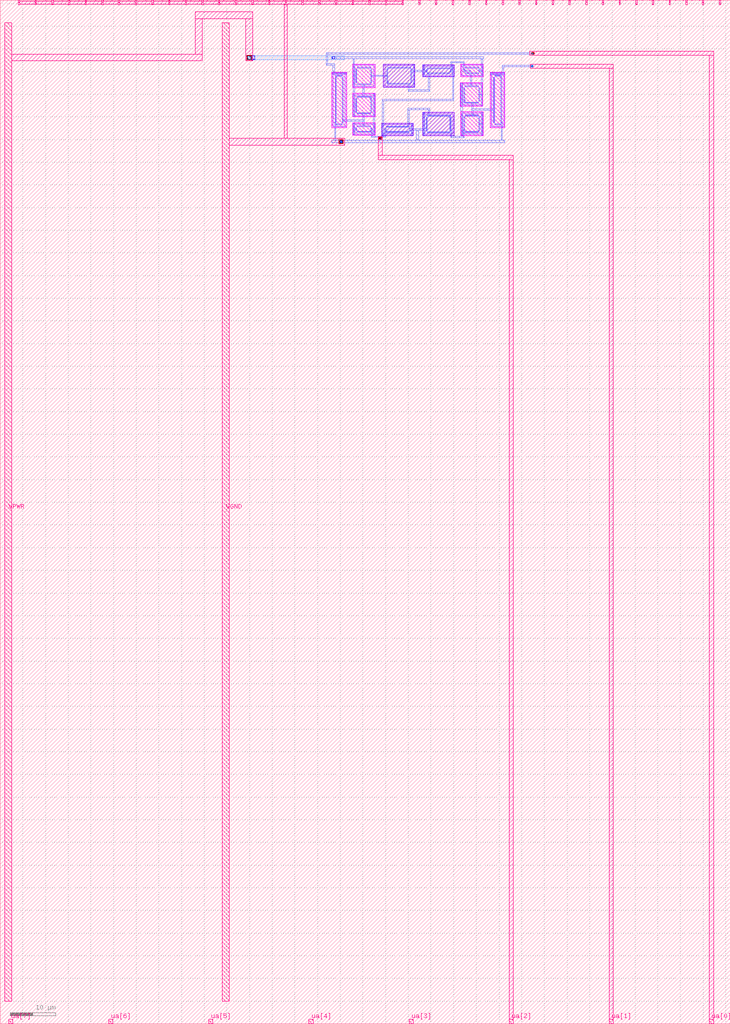
<source format=lef>
VERSION 5.7 ;
  NOWIREEXTENSIONATPIN ON ;
  DIVIDERCHAR "/" ;
  BUSBITCHARS "[]" ;
MACRO comp
  CLASS BLOCK ;
  FOREIGN comp ;
  ORIGIN 0.000 0.000 ;
  SIZE 161.000 BY 225.760 ;
  PIN clk
    DIRECTION INPUT ;
    USE SIGNAL ;
    PORT
      LAYER met4 ;
        RECT 154.870 224.760 155.170 225.760 ;
    END
  END clk
  PIN ena
    DIRECTION INPUT ;
    USE SIGNAL ;
    PORT
      LAYER met4 ;
        RECT 158.550 224.760 158.850 225.760 ;
    END
  END ena
  PIN rst_n
    DIRECTION INPUT ;
    USE SIGNAL ;
    PORT
      LAYER met4 ;
        RECT 151.190 224.760 151.490 225.760 ;
    END
  END rst_n
  PIN ua[0]
    DIRECTION INOUT ;
    USE SIGNAL ;
    PORT
      LAYER met4 ;
        RECT 156.410 0.000 157.310 1.000 ;
    END
  END ua[0]
  PIN ua[1]
    DIRECTION INOUT ;
    USE SIGNAL ;
    PORT
      LAYER met4 ;
        RECT 134.330 0.000 135.230 1.000 ;
    END
  END ua[1]
  PIN ua[2]
    DIRECTION INOUT ;
    USE SIGNAL ;
    PORT
      LAYER met4 ;
        RECT 112.250 0.000 113.150 1.000 ;
    END
  END ua[2]
  PIN ua[3]
    DIRECTION INOUT ;
    USE SIGNAL ;
    PORT
      LAYER met4 ;
        RECT 90.170 0.000 91.070 1.000 ;
    END
  END ua[3]
  PIN ua[4]
    DIRECTION INOUT ;
    USE SIGNAL ;
    PORT
      LAYER met4 ;
        RECT 68.090 0.000 68.990 1.000 ;
    END
  END ua[4]
  PIN ua[5]
    DIRECTION INOUT ;
    USE SIGNAL ;
    PORT
      LAYER met4 ;
        RECT 46.010 0.000 46.910 1.000 ;
    END
  END ua[5]
  PIN ua[6]
    DIRECTION INOUT ;
    USE SIGNAL ;
    PORT
      LAYER met4 ;
        RECT 23.930 0.000 24.830 1.000 ;
    END
  END ua[6]
  PIN ua[7]
    DIRECTION INOUT ;
    USE SIGNAL ;
    PORT
      LAYER met4 ;
        RECT 1.850 0.000 2.750 1.000 ;
    END
  END ua[7]
  PIN ui_in[0]
    DIRECTION INPUT ;
    USE SIGNAL ;
    PORT
      LAYER met4 ;
        RECT 147.510 224.760 147.810 225.760 ;
    END
  END ui_in[0]
  PIN ui_in[1]
    DIRECTION INPUT ;
    USE SIGNAL ;
    PORT
      LAYER met4 ;
        RECT 143.830 224.760 144.130 225.760 ;
    END
  END ui_in[1]
  PIN ui_in[2]
    DIRECTION INPUT ;
    USE SIGNAL ;
    PORT
      LAYER met4 ;
        RECT 140.150 224.760 140.450 225.760 ;
    END
  END ui_in[2]
  PIN ui_in[3]
    DIRECTION INPUT ;
    USE SIGNAL ;
    PORT
      LAYER met4 ;
        RECT 136.470 224.760 136.770 225.760 ;
    END
  END ui_in[3]
  PIN ui_in[4]
    DIRECTION INPUT ;
    USE SIGNAL ;
    PORT
      LAYER met4 ;
        RECT 132.790 224.760 133.090 225.760 ;
    END
  END ui_in[4]
  PIN ui_in[5]
    DIRECTION INPUT ;
    USE SIGNAL ;
    PORT
      LAYER met4 ;
        RECT 129.110 224.760 129.410 225.760 ;
    END
  END ui_in[5]
  PIN ui_in[6]
    DIRECTION INPUT ;
    USE SIGNAL ;
    PORT
      LAYER met4 ;
        RECT 125.430 224.760 125.730 225.760 ;
    END
  END ui_in[6]
  PIN ui_in[7]
    DIRECTION INPUT ;
    USE SIGNAL ;
    PORT
      LAYER met4 ;
        RECT 121.750 224.760 122.050 225.760 ;
    END
  END ui_in[7]
  PIN uio_in[0]
    DIRECTION INPUT ;
    USE SIGNAL ;
    PORT
      LAYER met4 ;
        RECT 118.070 224.760 118.370 225.760 ;
    END
  END uio_in[0]
  PIN uio_in[1]
    DIRECTION INPUT ;
    USE SIGNAL ;
    PORT
      LAYER met4 ;
        RECT 114.390 224.760 114.690 225.760 ;
    END
  END uio_in[1]
  PIN uio_in[2]
    DIRECTION INPUT ;
    USE SIGNAL ;
    PORT
      LAYER met4 ;
        RECT 110.710 224.760 111.010 225.760 ;
    END
  END uio_in[2]
  PIN uio_in[3]
    DIRECTION INPUT ;
    USE SIGNAL ;
    PORT
      LAYER met4 ;
        RECT 107.030 224.760 107.330 225.760 ;
    END
  END uio_in[3]
  PIN uio_in[4]
    DIRECTION INPUT ;
    USE SIGNAL ;
    PORT
      LAYER met4 ;
        RECT 103.350 224.760 103.650 225.760 ;
    END
  END uio_in[4]
  PIN uio_in[5]
    DIRECTION INPUT ;
    USE SIGNAL ;
    PORT
      LAYER met4 ;
        RECT 99.670 224.760 99.970 225.760 ;
    END
  END uio_in[5]
  PIN uio_in[6]
    DIRECTION INPUT ;
    USE SIGNAL ;
    PORT
      LAYER met4 ;
        RECT 95.990 224.760 96.290 225.760 ;
    END
  END uio_in[6]
  PIN uio_in[7]
    DIRECTION INPUT ;
    USE SIGNAL ;
    PORT
      LAYER met4 ;
        RECT 92.310 224.760 92.610 225.760 ;
    END
  END uio_in[7]
  PIN uio_oe[0]
    DIRECTION OUTPUT TRISTATE ;
    USE SIGNAL ;
    PORT
      LAYER met4 ;
        RECT 29.750 224.760 30.050 225.760 ;
    END
  END uio_oe[0]
  PIN uio_oe[1]
    DIRECTION OUTPUT TRISTATE ;
    USE SIGNAL ;
    PORT
      LAYER met4 ;
        RECT 26.070 224.760 26.370 225.760 ;
    END
  END uio_oe[1]
  PIN uio_oe[2]
    DIRECTION OUTPUT TRISTATE ;
    USE SIGNAL ;
    PORT
      LAYER met4 ;
        RECT 22.390 224.760 22.690 225.760 ;
    END
  END uio_oe[2]
  PIN uio_oe[3]
    DIRECTION OUTPUT TRISTATE ;
    USE SIGNAL ;
    PORT
      LAYER met4 ;
        RECT 18.710 224.760 19.010 225.760 ;
    END
  END uio_oe[3]
  PIN uio_oe[4]
    DIRECTION OUTPUT TRISTATE ;
    USE SIGNAL ;
    PORT
      LAYER met4 ;
        RECT 15.030 224.760 15.330 225.760 ;
    END
  END uio_oe[4]
  PIN uio_oe[5]
    DIRECTION OUTPUT TRISTATE ;
    USE SIGNAL ;
    PORT
      LAYER met4 ;
        RECT 11.350 224.760 11.650 225.760 ;
    END
  END uio_oe[5]
  PIN uio_oe[6]
    DIRECTION OUTPUT TRISTATE ;
    USE SIGNAL ;
    PORT
      LAYER met4 ;
        RECT 7.670 224.760 7.970 225.760 ;
    END
  END uio_oe[6]
  PIN uio_oe[7]
    DIRECTION OUTPUT TRISTATE ;
    USE SIGNAL ;
    PORT
      LAYER met4 ;
        RECT 3.990 224.760 4.290 225.760 ;
    END
  END uio_oe[7]
  PIN uio_out[0]
    DIRECTION OUTPUT TRISTATE ;
    USE SIGNAL ;
    PORT
      LAYER met4 ;
        RECT 59.190 224.760 59.490 225.760 ;
    END
  END uio_out[0]
  PIN uio_out[1]
    DIRECTION OUTPUT TRISTATE ;
    USE SIGNAL ;
    PORT
      LAYER met4 ;
        RECT 55.510 224.760 55.810 225.760 ;
    END
  END uio_out[1]
  PIN uio_out[2]
    DIRECTION OUTPUT TRISTATE ;
    USE SIGNAL ;
    PORT
      LAYER met4 ;
        RECT 51.830 224.760 52.130 225.760 ;
    END
  END uio_out[2]
  PIN uio_out[3]
    DIRECTION OUTPUT TRISTATE ;
    USE SIGNAL ;
    PORT
      LAYER met4 ;
        RECT 48.150 224.760 48.450 225.760 ;
    END
  END uio_out[3]
  PIN uio_out[4]
    DIRECTION OUTPUT TRISTATE ;
    USE SIGNAL ;
    PORT
      LAYER met4 ;
        RECT 44.470 224.760 44.770 225.760 ;
    END
  END uio_out[4]
  PIN uio_out[5]
    DIRECTION OUTPUT TRISTATE ;
    USE SIGNAL ;
    PORT
      LAYER met4 ;
        RECT 40.790 224.760 41.090 225.760 ;
    END
  END uio_out[5]
  PIN uio_out[6]
    DIRECTION OUTPUT TRISTATE ;
    USE SIGNAL ;
    PORT
      LAYER met4 ;
        RECT 37.110 224.760 37.410 225.760 ;
    END
  END uio_out[6]
  PIN uio_out[7]
    DIRECTION OUTPUT TRISTATE ;
    USE SIGNAL ;
    PORT
      LAYER met4 ;
        RECT 33.430 224.760 33.730 225.760 ;
    END
  END uio_out[7]
  PIN uo_out[0]
    DIRECTION OUTPUT TRISTATE ;
    USE SIGNAL ;
    PORT
      LAYER met4 ;
        RECT 88.630 224.760 88.930 225.760 ;
    END
  END uo_out[0]
  PIN uo_out[1]
    DIRECTION OUTPUT TRISTATE ;
    USE SIGNAL ;
    PORT
      LAYER met4 ;
        RECT 84.950 224.760 85.250 225.760 ;
    END
  END uo_out[1]
  PIN uo_out[2]
    DIRECTION OUTPUT TRISTATE ;
    USE SIGNAL ;
    PORT
      LAYER met4 ;
        RECT 81.270 224.760 81.570 225.760 ;
    END
  END uo_out[2]
  PIN uo_out[3]
    DIRECTION OUTPUT TRISTATE ;
    USE SIGNAL ;
    PORT
      LAYER met4 ;
        RECT 77.590 224.760 77.890 225.760 ;
    END
  END uo_out[3]
  PIN uo_out[4]
    DIRECTION OUTPUT TRISTATE ;
    USE SIGNAL ;
    PORT
      LAYER met4 ;
        RECT 73.910 224.760 74.210 225.760 ;
    END
  END uo_out[4]
  PIN uo_out[5]
    DIRECTION OUTPUT TRISTATE ;
    USE SIGNAL ;
    PORT
      LAYER met4 ;
        RECT 70.230 224.760 70.530 225.760 ;
    END
  END uo_out[5]
  PIN uo_out[6]
    DIRECTION OUTPUT TRISTATE ;
    USE SIGNAL ;
    PORT
      LAYER met4 ;
        RECT 66.550 224.760 66.850 225.760 ;
    END
  END uo_out[6]
  PIN uo_out[7]
    DIRECTION OUTPUT TRISTATE ;
    USE SIGNAL ;
    PORT
      LAYER met4 ;
        RECT 62.870 224.760 63.170 225.760 ;
    END
  END uo_out[7]
  PIN VPWR
    DIRECTION INOUT ;
    USE POWER ;
    PORT
      LAYER met4 ;
        RECT 1.000 5.000 2.500 220.760 ;
    END
  END VPWR
  PIN VGND
    DIRECTION INOUT ;
    USE GROUND ;
    PORT
      LAYER met4 ;
        RECT 49.000 5.000 50.500 220.760 ;
    END
  END VGND
  OBS
      LAYER nwell ;
        RECT 73.120 197.630 76.380 209.820 ;
        RECT 77.710 206.450 82.670 211.640 ;
      LAYER pwell ;
        RECT 84.510 206.520 91.470 211.620 ;
        RECT 93.200 208.830 100.160 211.500 ;
      LAYER nwell ;
        RECT 101.520 208.850 106.480 211.640 ;
        RECT 77.715 199.985 82.675 205.175 ;
        RECT 101.500 202.370 106.460 207.560 ;
        RECT 77.700 195.910 82.660 198.700 ;
      LAYER pwell ;
        RECT 84.160 195.900 91.120 198.570 ;
        RECT 93.180 195.890 100.140 200.990 ;
      LAYER nwell ;
        RECT 101.510 195.900 106.470 201.090 ;
        RECT 108.060 197.630 111.320 209.820 ;
      LAYER li1 ;
        RECT 77.890 211.290 82.490 211.460 ;
        RECT 77.890 210.980 78.060 211.290 ;
        RECT 73.780 209.640 75.720 209.660 ;
        RECT 73.300 209.470 76.200 209.640 ;
        RECT 73.300 197.980 73.470 209.470 ;
        RECT 73.780 209.440 75.720 209.470 ;
        RECT 74.100 208.960 75.400 209.130 ;
        RECT 73.870 198.705 74.040 208.745 ;
        RECT 75.460 198.705 75.630 208.745 ;
        RECT 74.100 198.320 75.400 198.490 ;
        RECT 76.030 197.980 76.200 209.470 ;
        RECT 77.860 207.110 78.080 210.980 ;
        RECT 78.690 210.780 81.690 210.950 ;
        RECT 78.460 207.525 78.630 210.565 ;
        RECT 81.750 207.525 81.920 210.565 ;
        RECT 78.690 207.140 81.690 207.310 ;
        RECT 77.890 206.800 78.060 207.110 ;
        RECT 82.320 206.800 82.490 211.290 ;
        RECT 77.890 206.630 82.490 206.800 ;
        RECT 84.690 211.270 91.290 211.440 ;
        RECT 84.690 206.870 84.860 211.270 ;
        RECT 91.120 210.960 91.290 211.270 ;
        RECT 93.380 211.150 99.980 211.320 ;
        RECT 85.490 210.760 90.490 210.930 ;
        RECT 85.260 207.550 85.430 210.590 ;
        RECT 90.550 207.550 90.720 210.590 ;
        RECT 85.490 207.210 90.490 207.380 ;
        RECT 91.090 207.180 91.320 210.960 ;
        RECT 93.380 210.840 93.550 211.150 ;
        RECT 99.810 210.840 99.980 211.150 ;
        RECT 101.700 211.290 106.300 211.460 ;
        RECT 93.350 209.490 93.570 210.840 ;
        RECT 94.180 210.640 99.180 210.810 ;
        RECT 93.950 209.860 94.120 210.470 ;
        RECT 99.240 209.860 99.410 210.470 ;
        RECT 94.180 209.520 99.180 209.690 ;
        RECT 99.780 209.490 100.020 210.840 ;
        RECT 93.380 209.180 93.550 209.490 ;
        RECT 99.810 209.180 99.980 209.490 ;
        RECT 93.380 209.010 99.980 209.180 ;
        RECT 101.700 209.200 101.870 211.290 ;
        RECT 106.130 210.980 106.300 211.290 ;
        RECT 102.500 210.780 105.500 210.950 ;
        RECT 102.270 209.925 102.440 210.565 ;
        RECT 105.560 209.925 105.730 210.565 ;
        RECT 102.500 209.540 105.500 209.710 ;
        RECT 106.100 209.510 106.330 210.980 ;
        RECT 108.720 209.640 110.660 209.660 ;
        RECT 106.130 209.200 106.300 209.510 ;
        RECT 101.700 209.030 106.300 209.200 ;
        RECT 108.240 209.470 111.140 209.640 ;
        RECT 101.680 207.210 106.280 207.380 ;
        RECT 91.120 206.870 91.290 207.180 ;
        RECT 101.680 206.900 101.850 207.210 ;
        RECT 106.110 206.900 106.280 207.210 ;
        RECT 84.690 206.700 91.290 206.870 ;
        RECT 77.895 204.825 82.495 204.995 ;
        RECT 77.895 204.520 78.065 204.825 ;
        RECT 82.325 204.520 82.495 204.825 ;
        RECT 77.870 200.640 78.090 204.520 ;
        RECT 78.695 204.315 81.695 204.485 ;
        RECT 78.465 201.060 78.635 204.100 ;
        RECT 81.755 201.060 81.925 204.100 ;
        RECT 78.695 200.675 81.695 200.845 ;
        RECT 82.310 200.640 82.520 204.520 ;
        RECT 101.650 203.030 101.880 206.900 ;
        RECT 102.480 206.700 105.480 206.870 ;
        RECT 102.250 203.445 102.420 206.485 ;
        RECT 105.540 203.445 105.710 206.485 ;
        RECT 102.480 203.060 105.480 203.230 ;
        RECT 106.080 203.030 106.310 206.900 ;
        RECT 101.680 202.720 101.850 203.030 ;
        RECT 106.110 202.720 106.280 203.030 ;
        RECT 101.680 202.550 106.280 202.720 ;
        RECT 93.360 200.640 99.960 200.810 ;
        RECT 77.895 200.335 78.065 200.640 ;
        RECT 82.325 200.335 82.495 200.640 ;
        RECT 77.895 200.165 82.495 200.335 ;
        RECT 93.360 200.330 93.530 200.640 ;
        RECT 77.880 198.350 82.480 198.520 ;
        RECT 77.880 198.040 78.050 198.350 ;
        RECT 82.310 198.040 82.480 198.350 ;
        RECT 84.340 198.220 90.940 198.390 ;
        RECT 73.300 197.810 76.200 197.980 ;
        RECT 77.860 196.570 78.080 198.040 ;
        RECT 78.680 197.840 81.680 198.010 ;
        RECT 78.450 196.985 78.620 197.625 ;
        RECT 81.740 196.985 81.910 197.625 ;
        RECT 78.680 196.600 81.680 196.770 ;
        RECT 82.290 196.570 82.510 198.040 ;
        RECT 84.340 197.910 84.510 198.220 ;
        RECT 90.770 197.910 90.940 198.220 ;
        RECT 77.880 196.260 78.050 196.570 ;
        RECT 82.310 196.260 82.480 196.570 ;
        RECT 84.290 196.560 84.550 197.910 ;
        RECT 85.140 197.710 90.140 197.880 ;
        RECT 84.910 196.930 85.080 197.540 ;
        RECT 90.200 196.930 90.370 197.540 ;
        RECT 85.140 196.590 90.140 196.760 ;
        RECT 90.740 196.560 90.980 197.910 ;
        RECT 77.880 196.090 82.480 196.260 ;
        RECT 84.340 196.250 84.510 196.560 ;
        RECT 90.770 196.250 90.940 196.560 ;
        RECT 93.340 196.550 93.560 200.330 ;
        RECT 94.160 200.130 99.160 200.300 ;
        RECT 93.930 196.920 94.100 199.960 ;
        RECT 99.220 196.920 99.390 199.960 ;
        RECT 94.160 196.580 99.160 196.750 ;
        RECT 84.340 196.080 90.940 196.250 ;
        RECT 93.360 196.240 93.530 196.550 ;
        RECT 99.790 196.240 99.960 200.640 ;
        RECT 101.690 200.740 106.290 200.910 ;
        RECT 101.690 200.430 101.860 200.740 ;
        RECT 106.120 200.430 106.290 200.740 ;
        RECT 101.660 196.560 101.890 200.430 ;
        RECT 102.490 200.230 105.490 200.400 ;
        RECT 102.260 196.975 102.430 200.015 ;
        RECT 105.550 196.975 105.720 200.015 ;
        RECT 102.490 196.590 105.490 196.760 ;
        RECT 106.100 196.560 106.310 200.430 ;
        RECT 108.240 197.980 108.410 209.470 ;
        RECT 108.720 209.450 110.660 209.470 ;
        RECT 109.040 208.960 110.340 209.130 ;
        RECT 108.810 198.705 108.980 208.745 ;
        RECT 110.400 198.705 110.570 208.745 ;
        RECT 109.040 198.320 110.340 198.490 ;
        RECT 110.970 197.980 111.140 209.470 ;
        RECT 108.240 197.810 111.140 197.980 ;
        RECT 93.360 196.070 99.960 196.240 ;
        RECT 101.690 196.250 101.860 196.560 ;
        RECT 106.120 196.250 106.290 196.560 ;
        RECT 101.690 196.080 106.290 196.250 ;
      LAYER mcon ;
        RECT 74.180 208.960 75.320 209.130 ;
        RECT 73.870 198.785 74.040 208.665 ;
        RECT 75.460 198.785 75.630 208.665 ;
        RECT 74.180 198.320 75.320 198.490 ;
        RECT 77.860 207.110 78.080 210.980 ;
        RECT 78.770 210.780 81.610 210.950 ;
        RECT 78.460 207.605 78.630 210.485 ;
        RECT 81.750 207.605 81.920 210.485 ;
        RECT 78.770 207.140 81.610 207.310 ;
        RECT 85.570 210.760 90.410 210.930 ;
        RECT 85.260 207.630 85.430 210.510 ;
        RECT 90.550 207.630 90.720 210.510 ;
        RECT 85.570 207.210 90.410 207.380 ;
        RECT 91.090 207.180 91.320 210.960 ;
        RECT 93.350 209.490 93.570 210.840 ;
        RECT 94.260 210.640 99.100 210.810 ;
        RECT 93.950 209.940 94.120 210.390 ;
        RECT 99.240 209.940 99.410 210.390 ;
        RECT 94.260 209.520 99.100 209.690 ;
        RECT 99.780 209.490 100.020 210.840 ;
        RECT 102.580 210.780 105.420 210.950 ;
        RECT 102.270 210.005 102.440 210.485 ;
        RECT 105.560 210.005 105.730 210.485 ;
        RECT 102.580 209.540 105.420 209.710 ;
        RECT 106.100 209.510 106.330 210.980 ;
        RECT 78.775 204.315 81.615 204.485 ;
        RECT 78.465 201.140 78.635 204.020 ;
        RECT 81.755 201.140 81.925 204.020 ;
        RECT 78.775 200.675 81.615 200.845 ;
        RECT 101.650 203.030 101.880 206.900 ;
        RECT 102.560 206.700 105.400 206.870 ;
        RECT 102.250 203.525 102.420 206.405 ;
        RECT 105.540 203.525 105.710 206.405 ;
        RECT 102.560 203.060 105.400 203.230 ;
        RECT 106.080 203.030 106.310 206.900 ;
        RECT 77.860 196.570 78.080 198.040 ;
        RECT 78.760 197.840 81.600 198.010 ;
        RECT 78.450 197.065 78.620 197.545 ;
        RECT 81.740 197.065 81.910 197.545 ;
        RECT 78.760 196.600 81.600 196.770 ;
        RECT 82.290 196.570 82.510 198.040 ;
        RECT 84.290 196.560 84.550 197.910 ;
        RECT 85.220 197.710 90.060 197.880 ;
        RECT 84.910 197.010 85.080 197.460 ;
        RECT 90.200 197.010 90.370 197.460 ;
        RECT 85.220 196.590 90.060 196.760 ;
        RECT 90.740 196.560 90.980 197.910 ;
        RECT 93.340 196.550 93.560 200.330 ;
        RECT 94.240 200.130 99.080 200.300 ;
        RECT 93.930 197.000 94.100 199.880 ;
        RECT 99.220 197.000 99.390 199.880 ;
        RECT 94.240 196.580 99.080 196.750 ;
        RECT 101.660 196.560 101.890 200.430 ;
        RECT 102.570 200.230 105.410 200.400 ;
        RECT 102.260 197.055 102.430 199.935 ;
        RECT 105.550 197.055 105.720 199.935 ;
        RECT 102.570 196.590 105.410 196.760 ;
        RECT 106.100 196.560 106.310 200.430 ;
        RECT 109.120 208.960 110.260 209.130 ;
        RECT 108.810 198.785 108.980 208.665 ;
        RECT 110.400 198.785 110.570 208.665 ;
        RECT 109.120 198.320 110.260 198.490 ;
      LAYER met1 ;
        RECT 71.865 213.835 117.645 214.205 ;
        RECT 55.230 212.610 56.160 213.480 ;
        RECT 71.865 211.725 72.235 213.835 ;
        RECT 73.040 212.800 106.580 213.260 ;
        RECT 71.865 211.355 73.735 211.725 ;
        RECT 77.860 211.520 78.100 212.800 ;
        RECT 99.310 211.980 102.370 212.170 ;
        RECT 73.365 209.750 73.735 211.355 ;
        RECT 73.240 209.370 76.290 209.750 ;
        RECT 77.800 209.170 78.150 211.520 ;
        RECT 78.710 210.750 81.670 210.980 ;
        RECT 85.510 210.730 90.470 210.960 ;
        RECT 78.430 209.170 78.660 210.545 ;
        RECT 74.120 209.140 75.380 209.160 ;
        RECT 73.860 208.930 75.380 209.140 ;
        RECT 77.800 208.940 78.660 209.170 ;
        RECT 73.860 208.725 74.160 208.930 ;
        RECT 73.840 208.700 74.160 208.725 ;
        RECT 73.840 198.880 74.070 208.700 ;
        RECT 73.770 198.725 74.070 198.880 ;
        RECT 75.430 199.350 75.660 208.725 ;
        RECT 77.800 202.670 78.150 208.940 ;
        RECT 78.430 207.545 78.660 208.940 ;
        RECT 81.720 209.230 81.950 210.545 ;
        RECT 85.230 209.230 85.460 210.570 ;
        RECT 81.720 208.970 85.460 209.230 ;
        RECT 81.720 207.545 81.950 208.970 ;
        RECT 85.230 207.790 85.460 208.970 ;
        RECT 90.520 210.260 90.750 210.570 ;
        RECT 91.050 210.260 91.400 211.540 ;
        RECT 93.290 210.260 93.640 211.400 ;
        RECT 94.200 210.610 99.160 210.840 ;
        RECT 99.310 210.450 99.530 211.980 ;
        RECT 93.920 210.260 94.150 210.450 ;
        RECT 90.520 209.950 94.150 210.260 ;
        RECT 85.230 207.570 85.660 207.790 ;
        RECT 90.520 207.570 90.750 209.950 ;
        RECT 85.320 207.410 85.660 207.570 ;
        RECT 78.710 207.110 81.670 207.340 ;
        RECT 85.320 207.190 90.470 207.410 ;
        RECT 85.510 207.180 90.470 207.190 ;
        RECT 79.980 204.515 80.280 207.110 ;
        RECT 89.940 205.990 90.280 207.180 ;
        RECT 91.050 206.640 91.400 209.950 ;
        RECT 93.290 208.940 93.640 209.950 ;
        RECT 93.920 209.880 94.150 209.950 ;
        RECT 99.210 210.360 99.530 210.450 ;
        RECT 99.210 209.880 99.440 210.360 ;
        RECT 94.380 209.720 94.740 209.750 ;
        RECT 94.200 209.490 99.160 209.720 ;
        RECT 94.380 205.990 94.740 209.490 ;
        RECT 99.720 208.930 100.100 211.410 ;
        RECT 102.150 210.545 102.370 211.980 ;
        RECT 106.130 211.540 106.370 212.800 ;
        RECT 102.520 210.750 105.480 210.980 ;
        RECT 102.150 210.360 102.470 210.545 ;
        RECT 102.240 210.260 102.470 210.360 ;
        RECT 105.530 210.310 105.760 210.545 ;
        RECT 106.040 210.310 106.410 211.540 ;
        RECT 102.240 210.000 103.780 210.260 ;
        RECT 105.530 210.100 106.410 210.310 ;
        RECT 102.240 209.945 102.470 210.000 ;
        RECT 105.530 209.945 105.760 210.100 ;
        RECT 102.520 209.510 105.480 209.740 ;
        RECT 89.940 205.620 94.740 205.990 ;
        RECT 89.940 205.610 90.280 205.620 ;
        RECT 78.715 204.500 81.675 204.515 ;
        RECT 78.715 204.285 81.940 204.500 ;
        RECT 81.610 204.080 81.940 204.285 ;
        RECT 78.435 202.670 78.665 204.080 ;
        RECT 81.610 203.840 81.955 204.080 ;
        RECT 77.800 202.450 78.665 202.670 ;
        RECT 77.800 200.110 78.150 202.450 ;
        RECT 78.435 201.080 78.665 202.450 ;
        RECT 81.725 201.080 81.955 203.840 ;
        RECT 78.715 200.645 81.675 200.875 ;
        RECT 79.980 199.350 80.280 200.645 ;
        RECT 75.430 199.090 80.280 199.350 ;
        RECT 75.430 198.725 75.660 199.090 ;
        RECT 73.770 194.830 73.970 198.725 ;
        RECT 74.120 198.290 75.380 198.520 ;
        RECT 77.800 197.410 78.150 198.570 ;
        RECT 79.980 198.040 80.280 199.090 ;
        RECT 78.700 197.810 81.660 198.040 ;
        RECT 78.420 197.410 78.650 197.605 ;
        RECT 77.800 197.200 78.650 197.410 ;
        RECT 77.800 196.050 78.150 197.200 ;
        RECT 78.420 197.005 78.650 197.200 ;
        RECT 81.710 197.310 81.940 197.605 ;
        RECT 81.710 197.005 82.050 197.310 ;
        RECT 78.700 196.570 81.660 196.800 ;
        RECT 81.810 195.740 82.050 197.005 ;
        RECT 82.250 196.000 82.570 205.110 ;
        RECT 99.770 203.920 100.040 208.930 ;
        RECT 84.260 203.580 100.040 203.920 ;
        RECT 84.260 198.470 84.580 203.580 ;
        RECT 89.880 201.540 94.680 201.910 ;
        RECT 84.210 196.010 84.600 198.470 ;
        RECT 89.880 197.910 90.240 201.540 ;
        RECT 85.160 197.780 90.240 197.910 ;
        RECT 85.160 197.680 90.120 197.780 ;
        RECT 84.880 197.310 85.110 197.520 ;
        RECT 84.760 196.950 85.110 197.310 ;
        RECT 90.170 197.420 90.400 197.520 ;
        RECT 90.700 197.420 91.070 198.470 ;
        RECT 93.280 197.420 93.600 200.920 ;
        RECT 94.340 200.330 94.680 201.540 ;
        RECT 94.180 200.320 99.140 200.330 ;
        RECT 94.180 200.100 99.380 200.320 ;
        RECT 99.040 199.940 99.380 200.100 ;
        RECT 93.900 197.420 94.130 199.940 ;
        RECT 99.040 199.830 99.420 199.940 ;
        RECT 90.170 197.110 94.130 197.420 ;
        RECT 90.170 196.950 90.400 197.110 ;
        RECT 84.760 195.740 85.000 196.950 ;
        RECT 85.160 196.560 90.120 196.790 ;
        RECT 90.700 196.000 91.070 197.110 ;
        RECT 81.810 195.480 85.000 195.740 ;
        RECT 83.570 195.090 83.990 195.480 ;
        RECT 91.800 194.830 92.260 197.110 ;
        RECT 93.280 196.010 93.600 197.110 ;
        RECT 93.900 196.940 94.130 197.110 ;
        RECT 99.190 197.190 99.420 199.830 ;
        RECT 99.190 196.940 99.600 197.190 ;
        RECT 94.180 196.550 99.140 196.780 ;
        RECT 99.380 195.720 99.600 196.940 ;
        RECT 101.600 196.000 101.960 207.480 ;
        RECT 103.690 206.900 103.990 209.510 ;
        RECT 102.500 206.670 105.460 206.900 ;
        RECT 102.220 203.740 102.450 206.465 ;
        RECT 105.510 205.040 105.740 206.465 ;
        RECT 106.040 205.040 106.410 210.100 ;
        RECT 110.660 211.030 117.540 211.390 ;
        RECT 110.660 209.710 111.020 211.030 ;
        RECT 108.160 209.350 111.210 209.710 ;
        RECT 109.060 209.110 110.320 209.160 ;
        RECT 109.060 208.930 110.590 209.110 ;
        RECT 110.290 208.725 110.590 208.930 ;
        RECT 105.510 204.840 106.410 205.040 ;
        RECT 102.220 203.465 102.590 203.740 ;
        RECT 105.510 203.465 105.740 204.840 ;
        RECT 102.260 203.260 102.590 203.465 ;
        RECT 102.260 203.080 105.460 203.260 ;
        RECT 102.500 203.030 105.460 203.080 ;
        RECT 104.040 201.760 104.340 203.030 ;
        RECT 106.040 202.460 106.410 204.840 ;
        RECT 108.780 201.760 109.010 208.725 ;
        RECT 110.290 208.670 110.600 208.725 ;
        RECT 104.040 201.500 109.010 201.760 ;
        RECT 104.040 200.430 104.340 201.500 ;
        RECT 102.510 200.200 105.470 200.430 ;
        RECT 102.230 197.190 102.460 199.995 ;
        RECT 102.140 196.995 102.460 197.190 ;
        RECT 105.520 198.590 105.750 199.995 ;
        RECT 106.050 198.590 106.390 200.990 ;
        RECT 108.780 198.725 109.010 201.500 ;
        RECT 110.370 198.890 110.600 208.670 ;
        RECT 110.370 198.725 110.690 198.890 ;
        RECT 105.520 198.390 106.390 198.590 ;
        RECT 105.520 196.995 105.750 198.390 ;
        RECT 102.140 195.720 102.360 196.995 ;
        RECT 102.510 196.560 105.470 196.790 ;
        RECT 106.050 195.990 106.390 198.390 ;
        RECT 109.060 198.290 110.320 198.520 ;
        RECT 99.380 195.460 102.360 195.720 ;
        RECT 110.490 194.830 110.690 198.725 ;
        RECT 73.160 194.300 111.310 194.830 ;
      LAYER via ;
        RECT 117.350 213.890 117.610 214.150 ;
        RECT 55.260 212.610 56.130 213.480 ;
        RECT 73.260 212.800 73.720 213.260 ;
        RECT 83.640 195.150 83.910 195.410 ;
        RECT 117.150 211.060 117.420 211.350 ;
        RECT 75.000 194.390 75.370 194.720 ;
      LAYER met2 ;
        RECT 117.240 213.810 117.700 214.230 ;
        RECT 55.260 213.480 56.130 213.510 ;
        RECT 54.145 212.610 75.860 213.480 ;
        RECT 55.260 212.580 56.130 212.610 ;
        RECT 117.030 210.980 117.540 211.420 ;
        RECT 83.520 195.050 84.090 195.540 ;
        RECT 74.790 194.170 75.580 194.940 ;
      LAYER via2 ;
        RECT 117.300 213.880 117.610 214.170 ;
        RECT 54.560 212.740 55.260 213.340 ;
        RECT 117.130 211.050 117.440 211.370 ;
        RECT 83.620 195.140 83.930 195.430 ;
        RECT 74.880 194.300 75.480 194.830 ;
      LAYER met3 ;
        RECT 117.200 213.780 117.760 214.310 ;
        RECT 54.400 212.430 55.460 213.600 ;
        RECT 117.110 211.030 117.460 211.390 ;
        RECT 83.490 195.030 84.120 195.560 ;
        RECT 74.700 194.070 75.680 195.020 ;
      LAYER via3 ;
        RECT 117.260 213.860 117.630 214.190 ;
        RECT 54.480 212.630 55.350 213.460 ;
        RECT 83.600 195.120 83.950 195.450 ;
        RECT 74.850 194.230 75.520 194.870 ;
      LAYER met4 ;
        RECT 4.290 224.870 7.670 225.460 ;
        RECT 7.970 224.870 11.350 225.460 ;
        RECT 11.650 224.870 15.030 225.460 ;
        RECT 15.330 224.870 18.710 225.460 ;
        RECT 19.010 224.870 22.390 225.460 ;
        RECT 22.690 224.870 26.070 225.460 ;
        RECT 26.370 224.870 29.750 225.460 ;
        RECT 30.050 224.870 33.430 225.460 ;
        RECT 33.730 224.870 37.110 225.460 ;
        RECT 37.410 224.870 40.790 225.460 ;
        RECT 41.090 224.870 44.470 225.460 ;
        RECT 44.770 224.870 48.150 225.460 ;
        RECT 48.450 224.870 51.830 225.460 ;
        RECT 52.130 224.870 55.510 225.460 ;
        RECT 55.810 224.870 59.190 225.460 ;
        RECT 59.490 224.870 62.870 225.460 ;
        RECT 62.665 224.760 62.870 224.870 ;
        RECT 63.170 224.870 66.550 225.460 ;
        RECT 66.850 224.870 70.230 225.460 ;
        RECT 70.530 224.870 73.910 225.460 ;
        RECT 74.210 224.870 77.590 225.460 ;
        RECT 77.890 224.870 81.270 225.460 ;
        RECT 81.570 224.870 84.950 225.460 ;
        RECT 85.250 224.870 88.630 225.460 ;
        RECT 63.170 224.760 63.255 224.870 ;
        RECT 43.030 221.660 55.670 223.160 ;
        RECT 43.030 213.850 44.530 221.660 ;
        RECT 2.500 212.350 44.530 213.850 ;
        RECT 54.170 212.370 55.670 221.660 ;
        RECT 62.665 195.250 63.255 224.760 ;
        RECT 84.950 224.750 85.250 224.760 ;
        RECT 88.630 224.750 88.930 224.760 ;
        RECT 147.510 224.740 147.810 224.760 ;
        RECT 116.740 213.580 157.310 214.480 ;
        RECT 116.900 210.760 135.230 211.660 ;
        RECT 50.500 193.750 75.990 195.250 ;
        RECT 83.390 191.500 84.230 195.640 ;
        RECT 83.390 190.600 113.150 191.500 ;
        RECT 112.250 1.000 113.150 190.600 ;
        RECT 134.330 1.000 135.230 210.760 ;
        RECT 156.410 1.000 157.310 213.580 ;
  END
END comp
END LIBRARY


</source>
